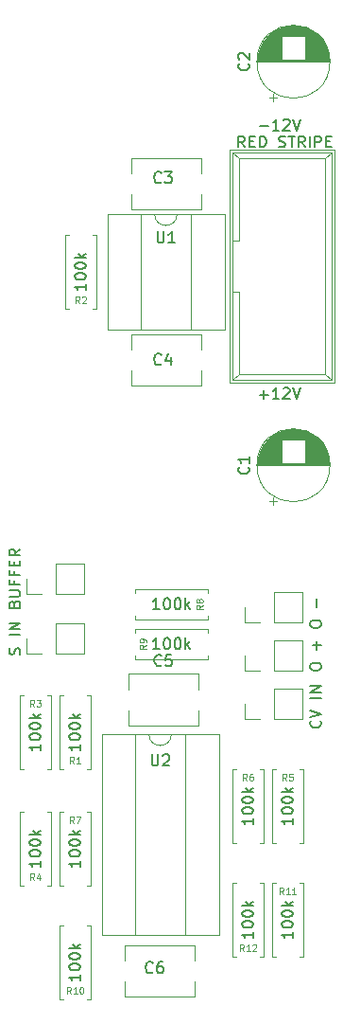
<source format=gbr>
%TF.GenerationSoftware,KiCad,Pcbnew,(5.1.9)-1*%
%TF.CreationDate,2021-05-29T21:30:48+01:00*%
%TF.ProjectId,KosmicSuperspreader,4b6f736d-6963-4537-9570-657273707265,rev?*%
%TF.SameCoordinates,Original*%
%TF.FileFunction,Legend,Top*%
%TF.FilePolarity,Positive*%
%FSLAX46Y46*%
G04 Gerber Fmt 4.6, Leading zero omitted, Abs format (unit mm)*
G04 Created by KiCad (PCBNEW (5.1.9)-1) date 2021-05-29 21:30:48*
%MOMM*%
%LPD*%
G01*
G04 APERTURE LIST*
%ADD10C,0.120000*%
%ADD11C,0.150000*%
%ADD12C,0.100000*%
G04 APERTURE END LIST*
D10*
%TO.C,U2*%
X159174000Y-133992000D02*
X148674000Y-133992000D01*
X159174000Y-152012000D02*
X159174000Y-133992000D01*
X148674000Y-152012000D02*
X159174000Y-152012000D01*
X148674000Y-133992000D02*
X148674000Y-152012000D01*
X156174000Y-134052000D02*
X154924000Y-134052000D01*
X156174000Y-151952000D02*
X156174000Y-134052000D01*
X151674000Y-151952000D02*
X156174000Y-151952000D01*
X151674000Y-134052000D02*
X151674000Y-151952000D01*
X152924000Y-134052000D02*
X151674000Y-134052000D01*
X154924000Y-134052000D02*
G75*
G02*
X152924000Y-134052000I-1000000J0D01*
G01*
%TO.C,U1*%
X159682000Y-87510000D02*
X149182000Y-87510000D01*
X159682000Y-97910000D02*
X159682000Y-87510000D01*
X149182000Y-97910000D02*
X159682000Y-97910000D01*
X149182000Y-87510000D02*
X149182000Y-97910000D01*
X156682000Y-87570000D02*
X155432000Y-87570000D01*
X156682000Y-97850000D02*
X156682000Y-87570000D01*
X152182000Y-97850000D02*
X156682000Y-97850000D01*
X152182000Y-87570000D02*
X152182000Y-97850000D01*
X153432000Y-87570000D02*
X152182000Y-87570000D01*
X155432000Y-87570000D02*
G75*
G02*
X153432000Y-87570000I-1000000J0D01*
G01*
%TO.C,R12*%
X160758000Y-153892000D02*
X160428000Y-153892000D01*
X160428000Y-153892000D02*
X160428000Y-147352000D01*
X160428000Y-147352000D02*
X160758000Y-147352000D01*
X162838000Y-153892000D02*
X163168000Y-153892000D01*
X163168000Y-153892000D02*
X163168000Y-147352000D01*
X163168000Y-147352000D02*
X162838000Y-147352000D01*
%TO.C,R11*%
X166394000Y-147352000D02*
X166724000Y-147352000D01*
X166724000Y-147352000D02*
X166724000Y-153892000D01*
X166724000Y-153892000D02*
X166394000Y-153892000D01*
X164314000Y-147352000D02*
X163984000Y-147352000D01*
X163984000Y-147352000D02*
X163984000Y-153892000D01*
X163984000Y-153892000D02*
X164314000Y-153892000D01*
%TO.C,R10*%
X145264000Y-157702000D02*
X144934000Y-157702000D01*
X144934000Y-157702000D02*
X144934000Y-151162000D01*
X144934000Y-151162000D02*
X145264000Y-151162000D01*
X147344000Y-157702000D02*
X147674000Y-157702000D01*
X147674000Y-157702000D02*
X147674000Y-151162000D01*
X147674000Y-151162000D02*
X147344000Y-151162000D01*
%TO.C,R9*%
X151670000Y-124944000D02*
X151670000Y-124614000D01*
X151670000Y-124614000D02*
X158210000Y-124614000D01*
X158210000Y-124614000D02*
X158210000Y-124944000D01*
X151670000Y-127024000D02*
X151670000Y-127354000D01*
X151670000Y-127354000D02*
X158210000Y-127354000D01*
X158210000Y-127354000D02*
X158210000Y-127024000D01*
%TO.C,R8*%
X158210000Y-123468000D02*
X158210000Y-123798000D01*
X158210000Y-123798000D02*
X151670000Y-123798000D01*
X151670000Y-123798000D02*
X151670000Y-123468000D01*
X158210000Y-121388000D02*
X158210000Y-121058000D01*
X158210000Y-121058000D02*
X151670000Y-121058000D01*
X151670000Y-121058000D02*
X151670000Y-121388000D01*
%TO.C,R7*%
X147344000Y-141002000D02*
X147674000Y-141002000D01*
X147674000Y-141002000D02*
X147674000Y-147542000D01*
X147674000Y-147542000D02*
X147344000Y-147542000D01*
X145264000Y-141002000D02*
X144934000Y-141002000D01*
X144934000Y-141002000D02*
X144934000Y-147542000D01*
X144934000Y-147542000D02*
X145264000Y-147542000D01*
%TO.C,R6*%
X162838000Y-137192000D02*
X163168000Y-137192000D01*
X163168000Y-137192000D02*
X163168000Y-143732000D01*
X163168000Y-143732000D02*
X162838000Y-143732000D01*
X160758000Y-137192000D02*
X160428000Y-137192000D01*
X160428000Y-137192000D02*
X160428000Y-143732000D01*
X160428000Y-143732000D02*
X160758000Y-143732000D01*
%TO.C,R5*%
X166394000Y-137192000D02*
X166724000Y-137192000D01*
X166724000Y-137192000D02*
X166724000Y-143732000D01*
X166724000Y-143732000D02*
X166394000Y-143732000D01*
X164314000Y-137192000D02*
X163984000Y-137192000D01*
X163984000Y-137192000D02*
X163984000Y-143732000D01*
X163984000Y-143732000D02*
X164314000Y-143732000D01*
%TO.C,R4*%
X141708000Y-147542000D02*
X141378000Y-147542000D01*
X141378000Y-147542000D02*
X141378000Y-141002000D01*
X141378000Y-141002000D02*
X141708000Y-141002000D01*
X143788000Y-147542000D02*
X144118000Y-147542000D01*
X144118000Y-147542000D02*
X144118000Y-141002000D01*
X144118000Y-141002000D02*
X143788000Y-141002000D01*
%TO.C,R3*%
X143788000Y-130588000D02*
X144118000Y-130588000D01*
X144118000Y-130588000D02*
X144118000Y-137128000D01*
X144118000Y-137128000D02*
X143788000Y-137128000D01*
X141708000Y-130588000D02*
X141378000Y-130588000D01*
X141378000Y-130588000D02*
X141378000Y-137128000D01*
X141378000Y-137128000D02*
X141708000Y-137128000D01*
%TO.C,R2*%
X145772000Y-95980000D02*
X145442000Y-95980000D01*
X145442000Y-95980000D02*
X145442000Y-89440000D01*
X145442000Y-89440000D02*
X145772000Y-89440000D01*
X147852000Y-95980000D02*
X148182000Y-95980000D01*
X148182000Y-95980000D02*
X148182000Y-89440000D01*
X148182000Y-89440000D02*
X147852000Y-89440000D01*
%TO.C,R1*%
X145264000Y-137128000D02*
X144934000Y-137128000D01*
X144934000Y-137128000D02*
X144934000Y-130588000D01*
X144934000Y-130588000D02*
X145264000Y-130588000D01*
X147344000Y-137128000D02*
X147674000Y-137128000D01*
X147674000Y-137128000D02*
X147674000Y-130588000D01*
X147674000Y-130588000D02*
X147344000Y-130588000D01*
%TO.C,J6*%
X169521000Y-81772000D02*
X169521000Y-102632000D01*
X169521000Y-102632000D02*
X160171000Y-102632000D01*
X160171000Y-102632000D02*
X160171000Y-81772000D01*
X160171000Y-81772000D02*
X169521000Y-81772000D01*
X160426000Y-82022000D02*
X169276000Y-82022000D01*
X169276000Y-82022000D02*
X169276000Y-102372000D01*
X169276000Y-102372000D02*
X160426000Y-102372000D01*
X160426000Y-102372000D02*
X160426000Y-82022000D01*
X160426000Y-82022000D02*
X160976000Y-82572000D01*
X160976000Y-82572000D02*
X168726000Y-82572000D01*
X168726000Y-82572000D02*
X169276000Y-82022000D01*
X168726000Y-82572000D02*
X168726000Y-101822000D01*
X168726000Y-101822000D02*
X169276000Y-102372000D01*
X168726000Y-101822000D02*
X160976000Y-101822000D01*
X160976000Y-101822000D02*
X160476000Y-102322000D01*
X160976000Y-101822000D02*
X160976000Y-94472000D01*
X160976000Y-94452000D02*
X160466000Y-94452000D01*
X160476000Y-89952000D02*
X160956000Y-89952000D01*
X160976000Y-89952000D02*
X160976000Y-82572000D01*
%TO.C,BUFFER*%
X141926000Y-121472000D02*
X141926000Y-120142000D01*
X143256000Y-121472000D02*
X141926000Y-121472000D01*
X144526000Y-121472000D02*
X144526000Y-118812000D01*
X144526000Y-118812000D02*
X147126000Y-118812000D01*
X144526000Y-121472000D02*
X147126000Y-121472000D01*
X147126000Y-121472000D02*
X147126000Y-118812000D01*
%TO.C,O +*%
X161484000Y-128330000D02*
X161484000Y-127000000D01*
X162814000Y-128330000D02*
X161484000Y-128330000D01*
X164084000Y-128330000D02*
X164084000Y-125670000D01*
X164084000Y-125670000D02*
X166684000Y-125670000D01*
X164084000Y-128330000D02*
X166684000Y-128330000D01*
X166684000Y-128330000D02*
X166684000Y-125670000D01*
%TO.C,O -*%
X161484000Y-124012000D02*
X161484000Y-122682000D01*
X162814000Y-124012000D02*
X161484000Y-124012000D01*
X164084000Y-124012000D02*
X164084000Y-121352000D01*
X164084000Y-121352000D02*
X166684000Y-121352000D01*
X164084000Y-124012000D02*
X166684000Y-124012000D01*
X166684000Y-124012000D02*
X166684000Y-121352000D01*
%TO.C,S IN*%
X141926000Y-126806000D02*
X141926000Y-125476000D01*
X143256000Y-126806000D02*
X141926000Y-126806000D01*
X144526000Y-126806000D02*
X144526000Y-124146000D01*
X144526000Y-124146000D02*
X147126000Y-124146000D01*
X144526000Y-126806000D02*
X147126000Y-126806000D01*
X147126000Y-126806000D02*
X147126000Y-124146000D01*
%TO.C,CV IN*%
X161484000Y-132648000D02*
X161484000Y-131318000D01*
X162814000Y-132648000D02*
X161484000Y-132648000D01*
X164084000Y-132648000D02*
X164084000Y-129988000D01*
X164084000Y-129988000D02*
X166684000Y-129988000D01*
X164084000Y-132648000D02*
X166684000Y-132648000D01*
X166684000Y-132648000D02*
X166684000Y-129988000D01*
%TO.C,C6*%
X157004000Y-156119000D02*
X157004000Y-157515000D01*
X157004000Y-152873000D02*
X157004000Y-154269000D01*
X150764000Y-156119000D02*
X150764000Y-157515000D01*
X150764000Y-152873000D02*
X150764000Y-154269000D01*
X150764000Y-157515000D02*
X157004000Y-157515000D01*
X150764000Y-152873000D02*
X157004000Y-152873000D01*
%TO.C,C5*%
X157314759Y-131875000D02*
X157314759Y-133271000D01*
X157314759Y-128629000D02*
X157314759Y-130025000D01*
X151074759Y-131875000D02*
X151074759Y-133271000D01*
X151074759Y-128629000D02*
X151074759Y-130025000D01*
X151074759Y-133271000D02*
X157314759Y-133271000D01*
X151074759Y-128629000D02*
X157314759Y-128629000D01*
%TO.C,C4*%
X157592000Y-101509000D02*
X157592000Y-102905000D01*
X157592000Y-98263000D02*
X157592000Y-99659000D01*
X151352000Y-101509000D02*
X151352000Y-102905000D01*
X151352000Y-98263000D02*
X151352000Y-99659000D01*
X151352000Y-102905000D02*
X157592000Y-102905000D01*
X151352000Y-98263000D02*
X157592000Y-98263000D01*
%TO.C,C3*%
X157592000Y-85761000D02*
X157592000Y-87157000D01*
X157592000Y-82515000D02*
X157592000Y-83911000D01*
X151352000Y-85761000D02*
X151352000Y-87157000D01*
X151352000Y-82515000D02*
X151352000Y-83911000D01*
X151352000Y-87157000D02*
X157592000Y-87157000D01*
X151352000Y-82515000D02*
X157592000Y-82515000D01*
%TO.C,C2*%
X163708000Y-77119241D02*
X164338000Y-77119241D01*
X164023000Y-77434241D02*
X164023000Y-76804241D01*
X165460000Y-70693000D02*
X166264000Y-70693000D01*
X165229000Y-70733000D02*
X166495000Y-70733000D01*
X165060000Y-70773000D02*
X166664000Y-70773000D01*
X164922000Y-70813000D02*
X166802000Y-70813000D01*
X164803000Y-70853000D02*
X166921000Y-70853000D01*
X164697000Y-70893000D02*
X167027000Y-70893000D01*
X164600000Y-70933000D02*
X167124000Y-70933000D01*
X164512000Y-70973000D02*
X167212000Y-70973000D01*
X164430000Y-71013000D02*
X167294000Y-71013000D01*
X164353000Y-71053000D02*
X167371000Y-71053000D01*
X164281000Y-71093000D02*
X167443000Y-71093000D01*
X164212000Y-71133000D02*
X167512000Y-71133000D01*
X164148000Y-71173000D02*
X167576000Y-71173000D01*
X164086000Y-71213000D02*
X167638000Y-71213000D01*
X164028000Y-71253000D02*
X167696000Y-71253000D01*
X163972000Y-71293000D02*
X167752000Y-71293000D01*
X163918000Y-71333000D02*
X167806000Y-71333000D01*
X163867000Y-71373000D02*
X167857000Y-71373000D01*
X163818000Y-71413000D02*
X167906000Y-71413000D01*
X163770000Y-71453000D02*
X167954000Y-71453000D01*
X163725000Y-71493000D02*
X167999000Y-71493000D01*
X163680000Y-71533000D02*
X168044000Y-71533000D01*
X163638000Y-71573000D02*
X168086000Y-71573000D01*
X163597000Y-71613000D02*
X168127000Y-71613000D01*
X166902000Y-71653000D02*
X168167000Y-71653000D01*
X163557000Y-71653000D02*
X164822000Y-71653000D01*
X166902000Y-71693000D02*
X168205000Y-71693000D01*
X163519000Y-71693000D02*
X164822000Y-71693000D01*
X166902000Y-71733000D02*
X168242000Y-71733000D01*
X163482000Y-71733000D02*
X164822000Y-71733000D01*
X166902000Y-71773000D02*
X168278000Y-71773000D01*
X163446000Y-71773000D02*
X164822000Y-71773000D01*
X166902000Y-71813000D02*
X168312000Y-71813000D01*
X163412000Y-71813000D02*
X164822000Y-71813000D01*
X166902000Y-71853000D02*
X168346000Y-71853000D01*
X163378000Y-71853000D02*
X164822000Y-71853000D01*
X166902000Y-71893000D02*
X168378000Y-71893000D01*
X163346000Y-71893000D02*
X164822000Y-71893000D01*
X166902000Y-71933000D02*
X168410000Y-71933000D01*
X163314000Y-71933000D02*
X164822000Y-71933000D01*
X166902000Y-71973000D02*
X168440000Y-71973000D01*
X163284000Y-71973000D02*
X164822000Y-71973000D01*
X166902000Y-72013000D02*
X168469000Y-72013000D01*
X163255000Y-72013000D02*
X164822000Y-72013000D01*
X166902000Y-72053000D02*
X168498000Y-72053000D01*
X163226000Y-72053000D02*
X164822000Y-72053000D01*
X166902000Y-72093000D02*
X168526000Y-72093000D01*
X163198000Y-72093000D02*
X164822000Y-72093000D01*
X166902000Y-72133000D02*
X168552000Y-72133000D01*
X163172000Y-72133000D02*
X164822000Y-72133000D01*
X166902000Y-72173000D02*
X168578000Y-72173000D01*
X163146000Y-72173000D02*
X164822000Y-72173000D01*
X166902000Y-72213000D02*
X168604000Y-72213000D01*
X163120000Y-72213000D02*
X164822000Y-72213000D01*
X166902000Y-72253000D02*
X168628000Y-72253000D01*
X163096000Y-72253000D02*
X164822000Y-72253000D01*
X166902000Y-72293000D02*
X168652000Y-72293000D01*
X163072000Y-72293000D02*
X164822000Y-72293000D01*
X166902000Y-72333000D02*
X168674000Y-72333000D01*
X163050000Y-72333000D02*
X164822000Y-72333000D01*
X166902000Y-72373000D02*
X168696000Y-72373000D01*
X163028000Y-72373000D02*
X164822000Y-72373000D01*
X166902000Y-72413000D02*
X168718000Y-72413000D01*
X163006000Y-72413000D02*
X164822000Y-72413000D01*
X166902000Y-72453000D02*
X168738000Y-72453000D01*
X162986000Y-72453000D02*
X164822000Y-72453000D01*
X166902000Y-72493000D02*
X168758000Y-72493000D01*
X162966000Y-72493000D02*
X164822000Y-72493000D01*
X166902000Y-72533000D02*
X168778000Y-72533000D01*
X162946000Y-72533000D02*
X164822000Y-72533000D01*
X166902000Y-72573000D02*
X168796000Y-72573000D01*
X162928000Y-72573000D02*
X164822000Y-72573000D01*
X166902000Y-72613000D02*
X168814000Y-72613000D01*
X162910000Y-72613000D02*
X164822000Y-72613000D01*
X166902000Y-72653000D02*
X168832000Y-72653000D01*
X162892000Y-72653000D02*
X164822000Y-72653000D01*
X166902000Y-72693000D02*
X168848000Y-72693000D01*
X162876000Y-72693000D02*
X164822000Y-72693000D01*
X166902000Y-72733000D02*
X168864000Y-72733000D01*
X162860000Y-72733000D02*
X164822000Y-72733000D01*
X166902000Y-72773000D02*
X168880000Y-72773000D01*
X162844000Y-72773000D02*
X164822000Y-72773000D01*
X166902000Y-72813000D02*
X168895000Y-72813000D01*
X162829000Y-72813000D02*
X164822000Y-72813000D01*
X166902000Y-72853000D02*
X168909000Y-72853000D01*
X162815000Y-72853000D02*
X164822000Y-72853000D01*
X166902000Y-72893000D02*
X168923000Y-72893000D01*
X162801000Y-72893000D02*
X164822000Y-72893000D01*
X166902000Y-72933000D02*
X168936000Y-72933000D01*
X162788000Y-72933000D02*
X164822000Y-72933000D01*
X166902000Y-72973000D02*
X168948000Y-72973000D01*
X162776000Y-72973000D02*
X164822000Y-72973000D01*
X166902000Y-73013000D02*
X168960000Y-73013000D01*
X162764000Y-73013000D02*
X164822000Y-73013000D01*
X166902000Y-73053000D02*
X168972000Y-73053000D01*
X162752000Y-73053000D02*
X164822000Y-73053000D01*
X166902000Y-73093000D02*
X168983000Y-73093000D01*
X162741000Y-73093000D02*
X164822000Y-73093000D01*
X166902000Y-73133000D02*
X168993000Y-73133000D01*
X162731000Y-73133000D02*
X164822000Y-73133000D01*
X166902000Y-73173000D02*
X169003000Y-73173000D01*
X162721000Y-73173000D02*
X164822000Y-73173000D01*
X166902000Y-73213000D02*
X169012000Y-73213000D01*
X162712000Y-73213000D02*
X164822000Y-73213000D01*
X166902000Y-73254000D02*
X169021000Y-73254000D01*
X162703000Y-73254000D02*
X164822000Y-73254000D01*
X166902000Y-73294000D02*
X169029000Y-73294000D01*
X162695000Y-73294000D02*
X164822000Y-73294000D01*
X166902000Y-73334000D02*
X169037000Y-73334000D01*
X162687000Y-73334000D02*
X164822000Y-73334000D01*
X166902000Y-73374000D02*
X169044000Y-73374000D01*
X162680000Y-73374000D02*
X164822000Y-73374000D01*
X166902000Y-73414000D02*
X169051000Y-73414000D01*
X162673000Y-73414000D02*
X164822000Y-73414000D01*
X166902000Y-73454000D02*
X169057000Y-73454000D01*
X162667000Y-73454000D02*
X164822000Y-73454000D01*
X166902000Y-73494000D02*
X169063000Y-73494000D01*
X162661000Y-73494000D02*
X164822000Y-73494000D01*
X166902000Y-73534000D02*
X169068000Y-73534000D01*
X162656000Y-73534000D02*
X164822000Y-73534000D01*
X166902000Y-73574000D02*
X169073000Y-73574000D01*
X162651000Y-73574000D02*
X164822000Y-73574000D01*
X166902000Y-73614000D02*
X169077000Y-73614000D01*
X162647000Y-73614000D02*
X164822000Y-73614000D01*
X166902000Y-73654000D02*
X169080000Y-73654000D01*
X162644000Y-73654000D02*
X164822000Y-73654000D01*
X166902000Y-73694000D02*
X169084000Y-73694000D01*
X162640000Y-73694000D02*
X164822000Y-73694000D01*
X162638000Y-73734000D02*
X169086000Y-73734000D01*
X162635000Y-73774000D02*
X169089000Y-73774000D01*
X162634000Y-73814000D02*
X169090000Y-73814000D01*
X162632000Y-73854000D02*
X169092000Y-73854000D01*
X162632000Y-73894000D02*
X169092000Y-73894000D01*
X162632000Y-73934000D02*
X169092000Y-73934000D01*
X169132000Y-73934000D02*
G75*
G03*
X169132000Y-73934000I-3270000J0D01*
G01*
%TO.C,C1*%
X163708000Y-113187241D02*
X164338000Y-113187241D01*
X164023000Y-113502241D02*
X164023000Y-112872241D01*
X165460000Y-106761000D02*
X166264000Y-106761000D01*
X165229000Y-106801000D02*
X166495000Y-106801000D01*
X165060000Y-106841000D02*
X166664000Y-106841000D01*
X164922000Y-106881000D02*
X166802000Y-106881000D01*
X164803000Y-106921000D02*
X166921000Y-106921000D01*
X164697000Y-106961000D02*
X167027000Y-106961000D01*
X164600000Y-107001000D02*
X167124000Y-107001000D01*
X164512000Y-107041000D02*
X167212000Y-107041000D01*
X164430000Y-107081000D02*
X167294000Y-107081000D01*
X164353000Y-107121000D02*
X167371000Y-107121000D01*
X164281000Y-107161000D02*
X167443000Y-107161000D01*
X164212000Y-107201000D02*
X167512000Y-107201000D01*
X164148000Y-107241000D02*
X167576000Y-107241000D01*
X164086000Y-107281000D02*
X167638000Y-107281000D01*
X164028000Y-107321000D02*
X167696000Y-107321000D01*
X163972000Y-107361000D02*
X167752000Y-107361000D01*
X163918000Y-107401000D02*
X167806000Y-107401000D01*
X163867000Y-107441000D02*
X167857000Y-107441000D01*
X163818000Y-107481000D02*
X167906000Y-107481000D01*
X163770000Y-107521000D02*
X167954000Y-107521000D01*
X163725000Y-107561000D02*
X167999000Y-107561000D01*
X163680000Y-107601000D02*
X168044000Y-107601000D01*
X163638000Y-107641000D02*
X168086000Y-107641000D01*
X163597000Y-107681000D02*
X168127000Y-107681000D01*
X166902000Y-107721000D02*
X168167000Y-107721000D01*
X163557000Y-107721000D02*
X164822000Y-107721000D01*
X166902000Y-107761000D02*
X168205000Y-107761000D01*
X163519000Y-107761000D02*
X164822000Y-107761000D01*
X166902000Y-107801000D02*
X168242000Y-107801000D01*
X163482000Y-107801000D02*
X164822000Y-107801000D01*
X166902000Y-107841000D02*
X168278000Y-107841000D01*
X163446000Y-107841000D02*
X164822000Y-107841000D01*
X166902000Y-107881000D02*
X168312000Y-107881000D01*
X163412000Y-107881000D02*
X164822000Y-107881000D01*
X166902000Y-107921000D02*
X168346000Y-107921000D01*
X163378000Y-107921000D02*
X164822000Y-107921000D01*
X166902000Y-107961000D02*
X168378000Y-107961000D01*
X163346000Y-107961000D02*
X164822000Y-107961000D01*
X166902000Y-108001000D02*
X168410000Y-108001000D01*
X163314000Y-108001000D02*
X164822000Y-108001000D01*
X166902000Y-108041000D02*
X168440000Y-108041000D01*
X163284000Y-108041000D02*
X164822000Y-108041000D01*
X166902000Y-108081000D02*
X168469000Y-108081000D01*
X163255000Y-108081000D02*
X164822000Y-108081000D01*
X166902000Y-108121000D02*
X168498000Y-108121000D01*
X163226000Y-108121000D02*
X164822000Y-108121000D01*
X166902000Y-108161000D02*
X168526000Y-108161000D01*
X163198000Y-108161000D02*
X164822000Y-108161000D01*
X166902000Y-108201000D02*
X168552000Y-108201000D01*
X163172000Y-108201000D02*
X164822000Y-108201000D01*
X166902000Y-108241000D02*
X168578000Y-108241000D01*
X163146000Y-108241000D02*
X164822000Y-108241000D01*
X166902000Y-108281000D02*
X168604000Y-108281000D01*
X163120000Y-108281000D02*
X164822000Y-108281000D01*
X166902000Y-108321000D02*
X168628000Y-108321000D01*
X163096000Y-108321000D02*
X164822000Y-108321000D01*
X166902000Y-108361000D02*
X168652000Y-108361000D01*
X163072000Y-108361000D02*
X164822000Y-108361000D01*
X166902000Y-108401000D02*
X168674000Y-108401000D01*
X163050000Y-108401000D02*
X164822000Y-108401000D01*
X166902000Y-108441000D02*
X168696000Y-108441000D01*
X163028000Y-108441000D02*
X164822000Y-108441000D01*
X166902000Y-108481000D02*
X168718000Y-108481000D01*
X163006000Y-108481000D02*
X164822000Y-108481000D01*
X166902000Y-108521000D02*
X168738000Y-108521000D01*
X162986000Y-108521000D02*
X164822000Y-108521000D01*
X166902000Y-108561000D02*
X168758000Y-108561000D01*
X162966000Y-108561000D02*
X164822000Y-108561000D01*
X166902000Y-108601000D02*
X168778000Y-108601000D01*
X162946000Y-108601000D02*
X164822000Y-108601000D01*
X166902000Y-108641000D02*
X168796000Y-108641000D01*
X162928000Y-108641000D02*
X164822000Y-108641000D01*
X166902000Y-108681000D02*
X168814000Y-108681000D01*
X162910000Y-108681000D02*
X164822000Y-108681000D01*
X166902000Y-108721000D02*
X168832000Y-108721000D01*
X162892000Y-108721000D02*
X164822000Y-108721000D01*
X166902000Y-108761000D02*
X168848000Y-108761000D01*
X162876000Y-108761000D02*
X164822000Y-108761000D01*
X166902000Y-108801000D02*
X168864000Y-108801000D01*
X162860000Y-108801000D02*
X164822000Y-108801000D01*
X166902000Y-108841000D02*
X168880000Y-108841000D01*
X162844000Y-108841000D02*
X164822000Y-108841000D01*
X166902000Y-108881000D02*
X168895000Y-108881000D01*
X162829000Y-108881000D02*
X164822000Y-108881000D01*
X166902000Y-108921000D02*
X168909000Y-108921000D01*
X162815000Y-108921000D02*
X164822000Y-108921000D01*
X166902000Y-108961000D02*
X168923000Y-108961000D01*
X162801000Y-108961000D02*
X164822000Y-108961000D01*
X166902000Y-109001000D02*
X168936000Y-109001000D01*
X162788000Y-109001000D02*
X164822000Y-109001000D01*
X166902000Y-109041000D02*
X168948000Y-109041000D01*
X162776000Y-109041000D02*
X164822000Y-109041000D01*
X166902000Y-109081000D02*
X168960000Y-109081000D01*
X162764000Y-109081000D02*
X164822000Y-109081000D01*
X166902000Y-109121000D02*
X168972000Y-109121000D01*
X162752000Y-109121000D02*
X164822000Y-109121000D01*
X166902000Y-109161000D02*
X168983000Y-109161000D01*
X162741000Y-109161000D02*
X164822000Y-109161000D01*
X166902000Y-109201000D02*
X168993000Y-109201000D01*
X162731000Y-109201000D02*
X164822000Y-109201000D01*
X166902000Y-109241000D02*
X169003000Y-109241000D01*
X162721000Y-109241000D02*
X164822000Y-109241000D01*
X166902000Y-109281000D02*
X169012000Y-109281000D01*
X162712000Y-109281000D02*
X164822000Y-109281000D01*
X166902000Y-109322000D02*
X169021000Y-109322000D01*
X162703000Y-109322000D02*
X164822000Y-109322000D01*
X166902000Y-109362000D02*
X169029000Y-109362000D01*
X162695000Y-109362000D02*
X164822000Y-109362000D01*
X166902000Y-109402000D02*
X169037000Y-109402000D01*
X162687000Y-109402000D02*
X164822000Y-109402000D01*
X166902000Y-109442000D02*
X169044000Y-109442000D01*
X162680000Y-109442000D02*
X164822000Y-109442000D01*
X166902000Y-109482000D02*
X169051000Y-109482000D01*
X162673000Y-109482000D02*
X164822000Y-109482000D01*
X166902000Y-109522000D02*
X169057000Y-109522000D01*
X162667000Y-109522000D02*
X164822000Y-109522000D01*
X166902000Y-109562000D02*
X169063000Y-109562000D01*
X162661000Y-109562000D02*
X164822000Y-109562000D01*
X166902000Y-109602000D02*
X169068000Y-109602000D01*
X162656000Y-109602000D02*
X164822000Y-109602000D01*
X166902000Y-109642000D02*
X169073000Y-109642000D01*
X162651000Y-109642000D02*
X164822000Y-109642000D01*
X166902000Y-109682000D02*
X169077000Y-109682000D01*
X162647000Y-109682000D02*
X164822000Y-109682000D01*
X166902000Y-109722000D02*
X169080000Y-109722000D01*
X162644000Y-109722000D02*
X164822000Y-109722000D01*
X166902000Y-109762000D02*
X169084000Y-109762000D01*
X162640000Y-109762000D02*
X164822000Y-109762000D01*
X162638000Y-109802000D02*
X169086000Y-109802000D01*
X162635000Y-109842000D02*
X169089000Y-109842000D01*
X162634000Y-109882000D02*
X169090000Y-109882000D01*
X162632000Y-109922000D02*
X169092000Y-109922000D01*
X162632000Y-109962000D02*
X169092000Y-109962000D01*
X162632000Y-110002000D02*
X169092000Y-110002000D01*
X169132000Y-110002000D02*
G75*
G03*
X169132000Y-110002000I-3270000J0D01*
G01*
%TO.C,U2*%
D11*
X153162095Y-135850380D02*
X153162095Y-136659904D01*
X153209714Y-136755142D01*
X153257333Y-136802761D01*
X153352571Y-136850380D01*
X153543047Y-136850380D01*
X153638285Y-136802761D01*
X153685904Y-136755142D01*
X153733523Y-136659904D01*
X153733523Y-135850380D01*
X154162095Y-135945619D02*
X154209714Y-135898000D01*
X154304952Y-135850380D01*
X154543047Y-135850380D01*
X154638285Y-135898000D01*
X154685904Y-135945619D01*
X154733523Y-136040857D01*
X154733523Y-136136095D01*
X154685904Y-136278952D01*
X154114476Y-136850380D01*
X154733523Y-136850380D01*
%TO.C,U1*%
X153670095Y-89114380D02*
X153670095Y-89923904D01*
X153717714Y-90019142D01*
X153765333Y-90066761D01*
X153860571Y-90114380D01*
X154051047Y-90114380D01*
X154146285Y-90066761D01*
X154193904Y-90019142D01*
X154241523Y-89923904D01*
X154241523Y-89114380D01*
X155241523Y-90114380D02*
X154670095Y-90114380D01*
X154955809Y-90114380D02*
X154955809Y-89114380D01*
X154860571Y-89257238D01*
X154765333Y-89352476D01*
X154670095Y-89400095D01*
%TO.C,R12*%
D12*
X161412285Y-153433428D02*
X161212285Y-153147714D01*
X161069428Y-153433428D02*
X161069428Y-152833428D01*
X161298000Y-152833428D01*
X161355142Y-152862000D01*
X161383714Y-152890571D01*
X161412285Y-152947714D01*
X161412285Y-153033428D01*
X161383714Y-153090571D01*
X161355142Y-153119142D01*
X161298000Y-153147714D01*
X161069428Y-153147714D01*
X161983714Y-153433428D02*
X161640857Y-153433428D01*
X161812285Y-153433428D02*
X161812285Y-152833428D01*
X161755142Y-152919142D01*
X161698000Y-152976285D01*
X161640857Y-153004857D01*
X162212285Y-152890571D02*
X162240857Y-152862000D01*
X162298000Y-152833428D01*
X162440857Y-152833428D01*
X162498000Y-152862000D01*
X162526571Y-152890571D01*
X162555142Y-152947714D01*
X162555142Y-153004857D01*
X162526571Y-153090571D01*
X162183714Y-153433428D01*
X162555142Y-153433428D01*
D11*
X162250380Y-151693428D02*
X162250380Y-152264857D01*
X162250380Y-151979142D02*
X161250380Y-151979142D01*
X161393238Y-152074380D01*
X161488476Y-152169619D01*
X161536095Y-152264857D01*
X161250380Y-151074380D02*
X161250380Y-150979142D01*
X161298000Y-150883904D01*
X161345619Y-150836285D01*
X161440857Y-150788666D01*
X161631333Y-150741047D01*
X161869428Y-150741047D01*
X162059904Y-150788666D01*
X162155142Y-150836285D01*
X162202761Y-150883904D01*
X162250380Y-150979142D01*
X162250380Y-151074380D01*
X162202761Y-151169619D01*
X162155142Y-151217238D01*
X162059904Y-151264857D01*
X161869428Y-151312476D01*
X161631333Y-151312476D01*
X161440857Y-151264857D01*
X161345619Y-151217238D01*
X161298000Y-151169619D01*
X161250380Y-151074380D01*
X161250380Y-150122000D02*
X161250380Y-150026761D01*
X161298000Y-149931523D01*
X161345619Y-149883904D01*
X161440857Y-149836285D01*
X161631333Y-149788666D01*
X161869428Y-149788666D01*
X162059904Y-149836285D01*
X162155142Y-149883904D01*
X162202761Y-149931523D01*
X162250380Y-150026761D01*
X162250380Y-150122000D01*
X162202761Y-150217238D01*
X162155142Y-150264857D01*
X162059904Y-150312476D01*
X161869428Y-150360095D01*
X161631333Y-150360095D01*
X161440857Y-150312476D01*
X161345619Y-150264857D01*
X161298000Y-150217238D01*
X161250380Y-150122000D01*
X162250380Y-149360095D02*
X161250380Y-149360095D01*
X161869428Y-149264857D02*
X162250380Y-148979142D01*
X161583714Y-148979142D02*
X161964666Y-149360095D01*
%TO.C,R11*%
D12*
X164968285Y-148353428D02*
X164768285Y-148067714D01*
X164625428Y-148353428D02*
X164625428Y-147753428D01*
X164854000Y-147753428D01*
X164911142Y-147782000D01*
X164939714Y-147810571D01*
X164968285Y-147867714D01*
X164968285Y-147953428D01*
X164939714Y-148010571D01*
X164911142Y-148039142D01*
X164854000Y-148067714D01*
X164625428Y-148067714D01*
X165539714Y-148353428D02*
X165196857Y-148353428D01*
X165368285Y-148353428D02*
X165368285Y-147753428D01*
X165311142Y-147839142D01*
X165254000Y-147896285D01*
X165196857Y-147924857D01*
X166111142Y-148353428D02*
X165768285Y-148353428D01*
X165939714Y-148353428D02*
X165939714Y-147753428D01*
X165882571Y-147839142D01*
X165825428Y-147896285D01*
X165768285Y-147924857D01*
D11*
X165806380Y-151693428D02*
X165806380Y-152264857D01*
X165806380Y-151979142D02*
X164806380Y-151979142D01*
X164949238Y-152074380D01*
X165044476Y-152169619D01*
X165092095Y-152264857D01*
X164806380Y-151074380D02*
X164806380Y-150979142D01*
X164854000Y-150883904D01*
X164901619Y-150836285D01*
X164996857Y-150788666D01*
X165187333Y-150741047D01*
X165425428Y-150741047D01*
X165615904Y-150788666D01*
X165711142Y-150836285D01*
X165758761Y-150883904D01*
X165806380Y-150979142D01*
X165806380Y-151074380D01*
X165758761Y-151169619D01*
X165711142Y-151217238D01*
X165615904Y-151264857D01*
X165425428Y-151312476D01*
X165187333Y-151312476D01*
X164996857Y-151264857D01*
X164901619Y-151217238D01*
X164854000Y-151169619D01*
X164806380Y-151074380D01*
X164806380Y-150122000D02*
X164806380Y-150026761D01*
X164854000Y-149931523D01*
X164901619Y-149883904D01*
X164996857Y-149836285D01*
X165187333Y-149788666D01*
X165425428Y-149788666D01*
X165615904Y-149836285D01*
X165711142Y-149883904D01*
X165758761Y-149931523D01*
X165806380Y-150026761D01*
X165806380Y-150122000D01*
X165758761Y-150217238D01*
X165711142Y-150264857D01*
X165615904Y-150312476D01*
X165425428Y-150360095D01*
X165187333Y-150360095D01*
X164996857Y-150312476D01*
X164901619Y-150264857D01*
X164854000Y-150217238D01*
X164806380Y-150122000D01*
X165806380Y-149360095D02*
X164806380Y-149360095D01*
X165425428Y-149264857D02*
X165806380Y-148979142D01*
X165139714Y-148979142D02*
X165520666Y-149360095D01*
%TO.C,R10*%
D12*
X145918285Y-157243428D02*
X145718285Y-156957714D01*
X145575428Y-157243428D02*
X145575428Y-156643428D01*
X145804000Y-156643428D01*
X145861142Y-156672000D01*
X145889714Y-156700571D01*
X145918285Y-156757714D01*
X145918285Y-156843428D01*
X145889714Y-156900571D01*
X145861142Y-156929142D01*
X145804000Y-156957714D01*
X145575428Y-156957714D01*
X146489714Y-157243428D02*
X146146857Y-157243428D01*
X146318285Y-157243428D02*
X146318285Y-156643428D01*
X146261142Y-156729142D01*
X146204000Y-156786285D01*
X146146857Y-156814857D01*
X146861142Y-156643428D02*
X146918285Y-156643428D01*
X146975428Y-156672000D01*
X147004000Y-156700571D01*
X147032571Y-156757714D01*
X147061142Y-156872000D01*
X147061142Y-157014857D01*
X147032571Y-157129142D01*
X147004000Y-157186285D01*
X146975428Y-157214857D01*
X146918285Y-157243428D01*
X146861142Y-157243428D01*
X146804000Y-157214857D01*
X146775428Y-157186285D01*
X146746857Y-157129142D01*
X146718285Y-157014857D01*
X146718285Y-156872000D01*
X146746857Y-156757714D01*
X146775428Y-156700571D01*
X146804000Y-156672000D01*
X146861142Y-156643428D01*
D11*
X146756380Y-155503428D02*
X146756380Y-156074857D01*
X146756380Y-155789142D02*
X145756380Y-155789142D01*
X145899238Y-155884380D01*
X145994476Y-155979619D01*
X146042095Y-156074857D01*
X145756380Y-154884380D02*
X145756380Y-154789142D01*
X145804000Y-154693904D01*
X145851619Y-154646285D01*
X145946857Y-154598666D01*
X146137333Y-154551047D01*
X146375428Y-154551047D01*
X146565904Y-154598666D01*
X146661142Y-154646285D01*
X146708761Y-154693904D01*
X146756380Y-154789142D01*
X146756380Y-154884380D01*
X146708761Y-154979619D01*
X146661142Y-155027238D01*
X146565904Y-155074857D01*
X146375428Y-155122476D01*
X146137333Y-155122476D01*
X145946857Y-155074857D01*
X145851619Y-155027238D01*
X145804000Y-154979619D01*
X145756380Y-154884380D01*
X145756380Y-153932000D02*
X145756380Y-153836761D01*
X145804000Y-153741523D01*
X145851619Y-153693904D01*
X145946857Y-153646285D01*
X146137333Y-153598666D01*
X146375428Y-153598666D01*
X146565904Y-153646285D01*
X146661142Y-153693904D01*
X146708761Y-153741523D01*
X146756380Y-153836761D01*
X146756380Y-153932000D01*
X146708761Y-154027238D01*
X146661142Y-154074857D01*
X146565904Y-154122476D01*
X146375428Y-154170095D01*
X146137333Y-154170095D01*
X145946857Y-154122476D01*
X145851619Y-154074857D01*
X145804000Y-154027238D01*
X145756380Y-153932000D01*
X146756380Y-153170095D02*
X145756380Y-153170095D01*
X146375428Y-153074857D02*
X146756380Y-152789142D01*
X146089714Y-152789142D02*
X146470666Y-153170095D01*
%TO.C,R9*%
D12*
X152671428Y-126084000D02*
X152385714Y-126284000D01*
X152671428Y-126426857D02*
X152071428Y-126426857D01*
X152071428Y-126198285D01*
X152100000Y-126141142D01*
X152128571Y-126112571D01*
X152185714Y-126084000D01*
X152271428Y-126084000D01*
X152328571Y-126112571D01*
X152357142Y-126141142D01*
X152385714Y-126198285D01*
X152385714Y-126426857D01*
X152671428Y-125798285D02*
X152671428Y-125684000D01*
X152642857Y-125626857D01*
X152614285Y-125598285D01*
X152528571Y-125541142D01*
X152414285Y-125512571D01*
X152185714Y-125512571D01*
X152128571Y-125541142D01*
X152100000Y-125569714D01*
X152071428Y-125626857D01*
X152071428Y-125741142D01*
X152100000Y-125798285D01*
X152128571Y-125826857D01*
X152185714Y-125855428D01*
X152328571Y-125855428D01*
X152385714Y-125826857D01*
X152414285Y-125798285D01*
X152442857Y-125741142D01*
X152442857Y-125626857D01*
X152414285Y-125569714D01*
X152385714Y-125541142D01*
X152328571Y-125512571D01*
D11*
X153868571Y-126436380D02*
X153297142Y-126436380D01*
X153582857Y-126436380D02*
X153582857Y-125436380D01*
X153487619Y-125579238D01*
X153392380Y-125674476D01*
X153297142Y-125722095D01*
X154487619Y-125436380D02*
X154582857Y-125436380D01*
X154678095Y-125484000D01*
X154725714Y-125531619D01*
X154773333Y-125626857D01*
X154820952Y-125817333D01*
X154820952Y-126055428D01*
X154773333Y-126245904D01*
X154725714Y-126341142D01*
X154678095Y-126388761D01*
X154582857Y-126436380D01*
X154487619Y-126436380D01*
X154392380Y-126388761D01*
X154344761Y-126341142D01*
X154297142Y-126245904D01*
X154249523Y-126055428D01*
X154249523Y-125817333D01*
X154297142Y-125626857D01*
X154344761Y-125531619D01*
X154392380Y-125484000D01*
X154487619Y-125436380D01*
X155440000Y-125436380D02*
X155535238Y-125436380D01*
X155630476Y-125484000D01*
X155678095Y-125531619D01*
X155725714Y-125626857D01*
X155773333Y-125817333D01*
X155773333Y-126055428D01*
X155725714Y-126245904D01*
X155678095Y-126341142D01*
X155630476Y-126388761D01*
X155535238Y-126436380D01*
X155440000Y-126436380D01*
X155344761Y-126388761D01*
X155297142Y-126341142D01*
X155249523Y-126245904D01*
X155201904Y-126055428D01*
X155201904Y-125817333D01*
X155249523Y-125626857D01*
X155297142Y-125531619D01*
X155344761Y-125484000D01*
X155440000Y-125436380D01*
X156201904Y-126436380D02*
X156201904Y-125436380D01*
X156297142Y-126055428D02*
X156582857Y-126436380D01*
X156582857Y-125769714D02*
X156201904Y-126150666D01*
%TO.C,R8*%
D12*
X157751428Y-122528000D02*
X157465714Y-122728000D01*
X157751428Y-122870857D02*
X157151428Y-122870857D01*
X157151428Y-122642285D01*
X157180000Y-122585142D01*
X157208571Y-122556571D01*
X157265714Y-122528000D01*
X157351428Y-122528000D01*
X157408571Y-122556571D01*
X157437142Y-122585142D01*
X157465714Y-122642285D01*
X157465714Y-122870857D01*
X157408571Y-122185142D02*
X157380000Y-122242285D01*
X157351428Y-122270857D01*
X157294285Y-122299428D01*
X157265714Y-122299428D01*
X157208571Y-122270857D01*
X157180000Y-122242285D01*
X157151428Y-122185142D01*
X157151428Y-122070857D01*
X157180000Y-122013714D01*
X157208571Y-121985142D01*
X157265714Y-121956571D01*
X157294285Y-121956571D01*
X157351428Y-121985142D01*
X157380000Y-122013714D01*
X157408571Y-122070857D01*
X157408571Y-122185142D01*
X157437142Y-122242285D01*
X157465714Y-122270857D01*
X157522857Y-122299428D01*
X157637142Y-122299428D01*
X157694285Y-122270857D01*
X157722857Y-122242285D01*
X157751428Y-122185142D01*
X157751428Y-122070857D01*
X157722857Y-122013714D01*
X157694285Y-121985142D01*
X157637142Y-121956571D01*
X157522857Y-121956571D01*
X157465714Y-121985142D01*
X157437142Y-122013714D01*
X157408571Y-122070857D01*
D11*
X153868571Y-122880380D02*
X153297142Y-122880380D01*
X153582857Y-122880380D02*
X153582857Y-121880380D01*
X153487619Y-122023238D01*
X153392380Y-122118476D01*
X153297142Y-122166095D01*
X154487619Y-121880380D02*
X154582857Y-121880380D01*
X154678095Y-121928000D01*
X154725714Y-121975619D01*
X154773333Y-122070857D01*
X154820952Y-122261333D01*
X154820952Y-122499428D01*
X154773333Y-122689904D01*
X154725714Y-122785142D01*
X154678095Y-122832761D01*
X154582857Y-122880380D01*
X154487619Y-122880380D01*
X154392380Y-122832761D01*
X154344761Y-122785142D01*
X154297142Y-122689904D01*
X154249523Y-122499428D01*
X154249523Y-122261333D01*
X154297142Y-122070857D01*
X154344761Y-121975619D01*
X154392380Y-121928000D01*
X154487619Y-121880380D01*
X155440000Y-121880380D02*
X155535238Y-121880380D01*
X155630476Y-121928000D01*
X155678095Y-121975619D01*
X155725714Y-122070857D01*
X155773333Y-122261333D01*
X155773333Y-122499428D01*
X155725714Y-122689904D01*
X155678095Y-122785142D01*
X155630476Y-122832761D01*
X155535238Y-122880380D01*
X155440000Y-122880380D01*
X155344761Y-122832761D01*
X155297142Y-122785142D01*
X155249523Y-122689904D01*
X155201904Y-122499428D01*
X155201904Y-122261333D01*
X155249523Y-122070857D01*
X155297142Y-121975619D01*
X155344761Y-121928000D01*
X155440000Y-121880380D01*
X156201904Y-122880380D02*
X156201904Y-121880380D01*
X156297142Y-122499428D02*
X156582857Y-122880380D01*
X156582857Y-122213714D02*
X156201904Y-122594666D01*
%TO.C,R7*%
D12*
X146204000Y-142003428D02*
X146004000Y-141717714D01*
X145861142Y-142003428D02*
X145861142Y-141403428D01*
X146089714Y-141403428D01*
X146146857Y-141432000D01*
X146175428Y-141460571D01*
X146204000Y-141517714D01*
X146204000Y-141603428D01*
X146175428Y-141660571D01*
X146146857Y-141689142D01*
X146089714Y-141717714D01*
X145861142Y-141717714D01*
X146404000Y-141403428D02*
X146804000Y-141403428D01*
X146546857Y-142003428D01*
D11*
X146756380Y-145343428D02*
X146756380Y-145914857D01*
X146756380Y-145629142D02*
X145756380Y-145629142D01*
X145899238Y-145724380D01*
X145994476Y-145819619D01*
X146042095Y-145914857D01*
X145756380Y-144724380D02*
X145756380Y-144629142D01*
X145804000Y-144533904D01*
X145851619Y-144486285D01*
X145946857Y-144438666D01*
X146137333Y-144391047D01*
X146375428Y-144391047D01*
X146565904Y-144438666D01*
X146661142Y-144486285D01*
X146708761Y-144533904D01*
X146756380Y-144629142D01*
X146756380Y-144724380D01*
X146708761Y-144819619D01*
X146661142Y-144867238D01*
X146565904Y-144914857D01*
X146375428Y-144962476D01*
X146137333Y-144962476D01*
X145946857Y-144914857D01*
X145851619Y-144867238D01*
X145804000Y-144819619D01*
X145756380Y-144724380D01*
X145756380Y-143772000D02*
X145756380Y-143676761D01*
X145804000Y-143581523D01*
X145851619Y-143533904D01*
X145946857Y-143486285D01*
X146137333Y-143438666D01*
X146375428Y-143438666D01*
X146565904Y-143486285D01*
X146661142Y-143533904D01*
X146708761Y-143581523D01*
X146756380Y-143676761D01*
X146756380Y-143772000D01*
X146708761Y-143867238D01*
X146661142Y-143914857D01*
X146565904Y-143962476D01*
X146375428Y-144010095D01*
X146137333Y-144010095D01*
X145946857Y-143962476D01*
X145851619Y-143914857D01*
X145804000Y-143867238D01*
X145756380Y-143772000D01*
X146756380Y-143010095D02*
X145756380Y-143010095D01*
X146375428Y-142914857D02*
X146756380Y-142629142D01*
X146089714Y-142629142D02*
X146470666Y-143010095D01*
%TO.C,R6*%
D12*
X161698000Y-138193428D02*
X161498000Y-137907714D01*
X161355142Y-138193428D02*
X161355142Y-137593428D01*
X161583714Y-137593428D01*
X161640857Y-137622000D01*
X161669428Y-137650571D01*
X161698000Y-137707714D01*
X161698000Y-137793428D01*
X161669428Y-137850571D01*
X161640857Y-137879142D01*
X161583714Y-137907714D01*
X161355142Y-137907714D01*
X162212285Y-137593428D02*
X162098000Y-137593428D01*
X162040857Y-137622000D01*
X162012285Y-137650571D01*
X161955142Y-137736285D01*
X161926571Y-137850571D01*
X161926571Y-138079142D01*
X161955142Y-138136285D01*
X161983714Y-138164857D01*
X162040857Y-138193428D01*
X162155142Y-138193428D01*
X162212285Y-138164857D01*
X162240857Y-138136285D01*
X162269428Y-138079142D01*
X162269428Y-137936285D01*
X162240857Y-137879142D01*
X162212285Y-137850571D01*
X162155142Y-137822000D01*
X162040857Y-137822000D01*
X161983714Y-137850571D01*
X161955142Y-137879142D01*
X161926571Y-137936285D01*
D11*
X162250380Y-141533428D02*
X162250380Y-142104857D01*
X162250380Y-141819142D02*
X161250380Y-141819142D01*
X161393238Y-141914380D01*
X161488476Y-142009619D01*
X161536095Y-142104857D01*
X161250380Y-140914380D02*
X161250380Y-140819142D01*
X161298000Y-140723904D01*
X161345619Y-140676285D01*
X161440857Y-140628666D01*
X161631333Y-140581047D01*
X161869428Y-140581047D01*
X162059904Y-140628666D01*
X162155142Y-140676285D01*
X162202761Y-140723904D01*
X162250380Y-140819142D01*
X162250380Y-140914380D01*
X162202761Y-141009619D01*
X162155142Y-141057238D01*
X162059904Y-141104857D01*
X161869428Y-141152476D01*
X161631333Y-141152476D01*
X161440857Y-141104857D01*
X161345619Y-141057238D01*
X161298000Y-141009619D01*
X161250380Y-140914380D01*
X161250380Y-139962000D02*
X161250380Y-139866761D01*
X161298000Y-139771523D01*
X161345619Y-139723904D01*
X161440857Y-139676285D01*
X161631333Y-139628666D01*
X161869428Y-139628666D01*
X162059904Y-139676285D01*
X162155142Y-139723904D01*
X162202761Y-139771523D01*
X162250380Y-139866761D01*
X162250380Y-139962000D01*
X162202761Y-140057238D01*
X162155142Y-140104857D01*
X162059904Y-140152476D01*
X161869428Y-140200095D01*
X161631333Y-140200095D01*
X161440857Y-140152476D01*
X161345619Y-140104857D01*
X161298000Y-140057238D01*
X161250380Y-139962000D01*
X162250380Y-139200095D02*
X161250380Y-139200095D01*
X161869428Y-139104857D02*
X162250380Y-138819142D01*
X161583714Y-138819142D02*
X161964666Y-139200095D01*
%TO.C,R5*%
D12*
X165254000Y-138193428D02*
X165054000Y-137907714D01*
X164911142Y-138193428D02*
X164911142Y-137593428D01*
X165139714Y-137593428D01*
X165196857Y-137622000D01*
X165225428Y-137650571D01*
X165254000Y-137707714D01*
X165254000Y-137793428D01*
X165225428Y-137850571D01*
X165196857Y-137879142D01*
X165139714Y-137907714D01*
X164911142Y-137907714D01*
X165796857Y-137593428D02*
X165511142Y-137593428D01*
X165482571Y-137879142D01*
X165511142Y-137850571D01*
X165568285Y-137822000D01*
X165711142Y-137822000D01*
X165768285Y-137850571D01*
X165796857Y-137879142D01*
X165825428Y-137936285D01*
X165825428Y-138079142D01*
X165796857Y-138136285D01*
X165768285Y-138164857D01*
X165711142Y-138193428D01*
X165568285Y-138193428D01*
X165511142Y-138164857D01*
X165482571Y-138136285D01*
D11*
X165806380Y-141533428D02*
X165806380Y-142104857D01*
X165806380Y-141819142D02*
X164806380Y-141819142D01*
X164949238Y-141914380D01*
X165044476Y-142009619D01*
X165092095Y-142104857D01*
X164806380Y-140914380D02*
X164806380Y-140819142D01*
X164854000Y-140723904D01*
X164901619Y-140676285D01*
X164996857Y-140628666D01*
X165187333Y-140581047D01*
X165425428Y-140581047D01*
X165615904Y-140628666D01*
X165711142Y-140676285D01*
X165758761Y-140723904D01*
X165806380Y-140819142D01*
X165806380Y-140914380D01*
X165758761Y-141009619D01*
X165711142Y-141057238D01*
X165615904Y-141104857D01*
X165425428Y-141152476D01*
X165187333Y-141152476D01*
X164996857Y-141104857D01*
X164901619Y-141057238D01*
X164854000Y-141009619D01*
X164806380Y-140914380D01*
X164806380Y-139962000D02*
X164806380Y-139866761D01*
X164854000Y-139771523D01*
X164901619Y-139723904D01*
X164996857Y-139676285D01*
X165187333Y-139628666D01*
X165425428Y-139628666D01*
X165615904Y-139676285D01*
X165711142Y-139723904D01*
X165758761Y-139771523D01*
X165806380Y-139866761D01*
X165806380Y-139962000D01*
X165758761Y-140057238D01*
X165711142Y-140104857D01*
X165615904Y-140152476D01*
X165425428Y-140200095D01*
X165187333Y-140200095D01*
X164996857Y-140152476D01*
X164901619Y-140104857D01*
X164854000Y-140057238D01*
X164806380Y-139962000D01*
X165806380Y-139200095D02*
X164806380Y-139200095D01*
X165425428Y-139104857D02*
X165806380Y-138819142D01*
X165139714Y-138819142D02*
X165520666Y-139200095D01*
%TO.C,R4*%
D12*
X142648000Y-147083428D02*
X142448000Y-146797714D01*
X142305142Y-147083428D02*
X142305142Y-146483428D01*
X142533714Y-146483428D01*
X142590857Y-146512000D01*
X142619428Y-146540571D01*
X142648000Y-146597714D01*
X142648000Y-146683428D01*
X142619428Y-146740571D01*
X142590857Y-146769142D01*
X142533714Y-146797714D01*
X142305142Y-146797714D01*
X143162285Y-146683428D02*
X143162285Y-147083428D01*
X143019428Y-146454857D02*
X142876571Y-146883428D01*
X143248000Y-146883428D01*
D11*
X143200380Y-145343428D02*
X143200380Y-145914857D01*
X143200380Y-145629142D02*
X142200380Y-145629142D01*
X142343238Y-145724380D01*
X142438476Y-145819619D01*
X142486095Y-145914857D01*
X142200380Y-144724380D02*
X142200380Y-144629142D01*
X142248000Y-144533904D01*
X142295619Y-144486285D01*
X142390857Y-144438666D01*
X142581333Y-144391047D01*
X142819428Y-144391047D01*
X143009904Y-144438666D01*
X143105142Y-144486285D01*
X143152761Y-144533904D01*
X143200380Y-144629142D01*
X143200380Y-144724380D01*
X143152761Y-144819619D01*
X143105142Y-144867238D01*
X143009904Y-144914857D01*
X142819428Y-144962476D01*
X142581333Y-144962476D01*
X142390857Y-144914857D01*
X142295619Y-144867238D01*
X142248000Y-144819619D01*
X142200380Y-144724380D01*
X142200380Y-143772000D02*
X142200380Y-143676761D01*
X142248000Y-143581523D01*
X142295619Y-143533904D01*
X142390857Y-143486285D01*
X142581333Y-143438666D01*
X142819428Y-143438666D01*
X143009904Y-143486285D01*
X143105142Y-143533904D01*
X143152761Y-143581523D01*
X143200380Y-143676761D01*
X143200380Y-143772000D01*
X143152761Y-143867238D01*
X143105142Y-143914857D01*
X143009904Y-143962476D01*
X142819428Y-144010095D01*
X142581333Y-144010095D01*
X142390857Y-143962476D01*
X142295619Y-143914857D01*
X142248000Y-143867238D01*
X142200380Y-143772000D01*
X143200380Y-143010095D02*
X142200380Y-143010095D01*
X142819428Y-142914857D02*
X143200380Y-142629142D01*
X142533714Y-142629142D02*
X142914666Y-143010095D01*
%TO.C,R3*%
D12*
X142648000Y-131589428D02*
X142448000Y-131303714D01*
X142305142Y-131589428D02*
X142305142Y-130989428D01*
X142533714Y-130989428D01*
X142590857Y-131018000D01*
X142619428Y-131046571D01*
X142648000Y-131103714D01*
X142648000Y-131189428D01*
X142619428Y-131246571D01*
X142590857Y-131275142D01*
X142533714Y-131303714D01*
X142305142Y-131303714D01*
X142848000Y-130989428D02*
X143219428Y-130989428D01*
X143019428Y-131218000D01*
X143105142Y-131218000D01*
X143162285Y-131246571D01*
X143190857Y-131275142D01*
X143219428Y-131332285D01*
X143219428Y-131475142D01*
X143190857Y-131532285D01*
X143162285Y-131560857D01*
X143105142Y-131589428D01*
X142933714Y-131589428D01*
X142876571Y-131560857D01*
X142848000Y-131532285D01*
D11*
X143200380Y-134929428D02*
X143200380Y-135500857D01*
X143200380Y-135215142D02*
X142200380Y-135215142D01*
X142343238Y-135310380D01*
X142438476Y-135405619D01*
X142486095Y-135500857D01*
X142200380Y-134310380D02*
X142200380Y-134215142D01*
X142248000Y-134119904D01*
X142295619Y-134072285D01*
X142390857Y-134024666D01*
X142581333Y-133977047D01*
X142819428Y-133977047D01*
X143009904Y-134024666D01*
X143105142Y-134072285D01*
X143152761Y-134119904D01*
X143200380Y-134215142D01*
X143200380Y-134310380D01*
X143152761Y-134405619D01*
X143105142Y-134453238D01*
X143009904Y-134500857D01*
X142819428Y-134548476D01*
X142581333Y-134548476D01*
X142390857Y-134500857D01*
X142295619Y-134453238D01*
X142248000Y-134405619D01*
X142200380Y-134310380D01*
X142200380Y-133358000D02*
X142200380Y-133262761D01*
X142248000Y-133167523D01*
X142295619Y-133119904D01*
X142390857Y-133072285D01*
X142581333Y-133024666D01*
X142819428Y-133024666D01*
X143009904Y-133072285D01*
X143105142Y-133119904D01*
X143152761Y-133167523D01*
X143200380Y-133262761D01*
X143200380Y-133358000D01*
X143152761Y-133453238D01*
X143105142Y-133500857D01*
X143009904Y-133548476D01*
X142819428Y-133596095D01*
X142581333Y-133596095D01*
X142390857Y-133548476D01*
X142295619Y-133500857D01*
X142248000Y-133453238D01*
X142200380Y-133358000D01*
X143200380Y-132596095D02*
X142200380Y-132596095D01*
X142819428Y-132500857D02*
X143200380Y-132215142D01*
X142533714Y-132215142D02*
X142914666Y-132596095D01*
%TO.C,R2*%
D12*
X146712000Y-95521428D02*
X146512000Y-95235714D01*
X146369142Y-95521428D02*
X146369142Y-94921428D01*
X146597714Y-94921428D01*
X146654857Y-94950000D01*
X146683428Y-94978571D01*
X146712000Y-95035714D01*
X146712000Y-95121428D01*
X146683428Y-95178571D01*
X146654857Y-95207142D01*
X146597714Y-95235714D01*
X146369142Y-95235714D01*
X146940571Y-94978571D02*
X146969142Y-94950000D01*
X147026285Y-94921428D01*
X147169142Y-94921428D01*
X147226285Y-94950000D01*
X147254857Y-94978571D01*
X147283428Y-95035714D01*
X147283428Y-95092857D01*
X147254857Y-95178571D01*
X146912000Y-95521428D01*
X147283428Y-95521428D01*
D11*
X147264380Y-93781428D02*
X147264380Y-94352857D01*
X147264380Y-94067142D02*
X146264380Y-94067142D01*
X146407238Y-94162380D01*
X146502476Y-94257619D01*
X146550095Y-94352857D01*
X146264380Y-93162380D02*
X146264380Y-93067142D01*
X146312000Y-92971904D01*
X146359619Y-92924285D01*
X146454857Y-92876666D01*
X146645333Y-92829047D01*
X146883428Y-92829047D01*
X147073904Y-92876666D01*
X147169142Y-92924285D01*
X147216761Y-92971904D01*
X147264380Y-93067142D01*
X147264380Y-93162380D01*
X147216761Y-93257619D01*
X147169142Y-93305238D01*
X147073904Y-93352857D01*
X146883428Y-93400476D01*
X146645333Y-93400476D01*
X146454857Y-93352857D01*
X146359619Y-93305238D01*
X146312000Y-93257619D01*
X146264380Y-93162380D01*
X146264380Y-92210000D02*
X146264380Y-92114761D01*
X146312000Y-92019523D01*
X146359619Y-91971904D01*
X146454857Y-91924285D01*
X146645333Y-91876666D01*
X146883428Y-91876666D01*
X147073904Y-91924285D01*
X147169142Y-91971904D01*
X147216761Y-92019523D01*
X147264380Y-92114761D01*
X147264380Y-92210000D01*
X147216761Y-92305238D01*
X147169142Y-92352857D01*
X147073904Y-92400476D01*
X146883428Y-92448095D01*
X146645333Y-92448095D01*
X146454857Y-92400476D01*
X146359619Y-92352857D01*
X146312000Y-92305238D01*
X146264380Y-92210000D01*
X147264380Y-91448095D02*
X146264380Y-91448095D01*
X146883428Y-91352857D02*
X147264380Y-91067142D01*
X146597714Y-91067142D02*
X146978666Y-91448095D01*
%TO.C,R1*%
D12*
X146204000Y-136669428D02*
X146004000Y-136383714D01*
X145861142Y-136669428D02*
X145861142Y-136069428D01*
X146089714Y-136069428D01*
X146146857Y-136098000D01*
X146175428Y-136126571D01*
X146204000Y-136183714D01*
X146204000Y-136269428D01*
X146175428Y-136326571D01*
X146146857Y-136355142D01*
X146089714Y-136383714D01*
X145861142Y-136383714D01*
X146775428Y-136669428D02*
X146432571Y-136669428D01*
X146604000Y-136669428D02*
X146604000Y-136069428D01*
X146546857Y-136155142D01*
X146489714Y-136212285D01*
X146432571Y-136240857D01*
D11*
X146756380Y-134929428D02*
X146756380Y-135500857D01*
X146756380Y-135215142D02*
X145756380Y-135215142D01*
X145899238Y-135310380D01*
X145994476Y-135405619D01*
X146042095Y-135500857D01*
X145756380Y-134310380D02*
X145756380Y-134215142D01*
X145804000Y-134119904D01*
X145851619Y-134072285D01*
X145946857Y-134024666D01*
X146137333Y-133977047D01*
X146375428Y-133977047D01*
X146565904Y-134024666D01*
X146661142Y-134072285D01*
X146708761Y-134119904D01*
X146756380Y-134215142D01*
X146756380Y-134310380D01*
X146708761Y-134405619D01*
X146661142Y-134453238D01*
X146565904Y-134500857D01*
X146375428Y-134548476D01*
X146137333Y-134548476D01*
X145946857Y-134500857D01*
X145851619Y-134453238D01*
X145804000Y-134405619D01*
X145756380Y-134310380D01*
X145756380Y-133358000D02*
X145756380Y-133262761D01*
X145804000Y-133167523D01*
X145851619Y-133119904D01*
X145946857Y-133072285D01*
X146137333Y-133024666D01*
X146375428Y-133024666D01*
X146565904Y-133072285D01*
X146661142Y-133119904D01*
X146708761Y-133167523D01*
X146756380Y-133262761D01*
X146756380Y-133358000D01*
X146708761Y-133453238D01*
X146661142Y-133500857D01*
X146565904Y-133548476D01*
X146375428Y-133596095D01*
X146137333Y-133596095D01*
X145946857Y-133548476D01*
X145851619Y-133500857D01*
X145804000Y-133453238D01*
X145756380Y-133358000D01*
X146756380Y-132596095D02*
X145756380Y-132596095D01*
X146375428Y-132500857D02*
X146756380Y-132215142D01*
X146089714Y-132215142D02*
X146470666Y-132596095D01*
%TO.C,J6*%
X162814095Y-103693428D02*
X163576000Y-103693428D01*
X163195047Y-104074380D02*
X163195047Y-103312476D01*
X164576000Y-104074380D02*
X164004571Y-104074380D01*
X164290285Y-104074380D02*
X164290285Y-103074380D01*
X164195047Y-103217238D01*
X164099809Y-103312476D01*
X164004571Y-103360095D01*
X164956952Y-103169619D02*
X165004571Y-103122000D01*
X165099809Y-103074380D01*
X165337904Y-103074380D01*
X165433142Y-103122000D01*
X165480761Y-103169619D01*
X165528380Y-103264857D01*
X165528380Y-103360095D01*
X165480761Y-103502952D01*
X164909333Y-104074380D01*
X165528380Y-104074380D01*
X165814095Y-103074380D02*
X166147428Y-104074380D01*
X166480761Y-103074380D01*
X162814095Y-79693428D02*
X163576000Y-79693428D01*
X164576000Y-80074380D02*
X164004571Y-80074380D01*
X164290285Y-80074380D02*
X164290285Y-79074380D01*
X164195047Y-79217238D01*
X164099809Y-79312476D01*
X164004571Y-79360095D01*
X164956952Y-79169619D02*
X165004571Y-79122000D01*
X165099809Y-79074380D01*
X165337904Y-79074380D01*
X165433142Y-79122000D01*
X165480761Y-79169619D01*
X165528380Y-79264857D01*
X165528380Y-79360095D01*
X165480761Y-79502952D01*
X164909333Y-80074380D01*
X165528380Y-80074380D01*
X165814095Y-79074380D02*
X166147428Y-80074380D01*
X166480761Y-79074380D01*
X161504571Y-81574380D02*
X161171238Y-81098190D01*
X160933142Y-81574380D02*
X160933142Y-80574380D01*
X161314095Y-80574380D01*
X161409333Y-80622000D01*
X161456952Y-80669619D01*
X161504571Y-80764857D01*
X161504571Y-80907714D01*
X161456952Y-81002952D01*
X161409333Y-81050571D01*
X161314095Y-81098190D01*
X160933142Y-81098190D01*
X161933142Y-81050571D02*
X162266476Y-81050571D01*
X162409333Y-81574380D02*
X161933142Y-81574380D01*
X161933142Y-80574380D01*
X162409333Y-80574380D01*
X162837904Y-81574380D02*
X162837904Y-80574380D01*
X163076000Y-80574380D01*
X163218857Y-80622000D01*
X163314095Y-80717238D01*
X163361714Y-80812476D01*
X163409333Y-81002952D01*
X163409333Y-81145809D01*
X163361714Y-81336285D01*
X163314095Y-81431523D01*
X163218857Y-81526761D01*
X163076000Y-81574380D01*
X162837904Y-81574380D01*
X164552190Y-81526761D02*
X164695047Y-81574380D01*
X164933142Y-81574380D01*
X165028380Y-81526761D01*
X165076000Y-81479142D01*
X165123619Y-81383904D01*
X165123619Y-81288666D01*
X165076000Y-81193428D01*
X165028380Y-81145809D01*
X164933142Y-81098190D01*
X164742666Y-81050571D01*
X164647428Y-81002952D01*
X164599809Y-80955333D01*
X164552190Y-80860095D01*
X164552190Y-80764857D01*
X164599809Y-80669619D01*
X164647428Y-80622000D01*
X164742666Y-80574380D01*
X164980761Y-80574380D01*
X165123619Y-80622000D01*
X165409333Y-80574380D02*
X165980761Y-80574380D01*
X165695047Y-81574380D02*
X165695047Y-80574380D01*
X166885523Y-81574380D02*
X166552190Y-81098190D01*
X166314095Y-81574380D02*
X166314095Y-80574380D01*
X166695047Y-80574380D01*
X166790285Y-80622000D01*
X166837904Y-80669619D01*
X166885523Y-80764857D01*
X166885523Y-80907714D01*
X166837904Y-81002952D01*
X166790285Y-81050571D01*
X166695047Y-81098190D01*
X166314095Y-81098190D01*
X167314095Y-81574380D02*
X167314095Y-80574380D01*
X167790285Y-81574380D02*
X167790285Y-80574380D01*
X168171238Y-80574380D01*
X168266476Y-80622000D01*
X168314095Y-80669619D01*
X168361714Y-80764857D01*
X168361714Y-80907714D01*
X168314095Y-81002952D01*
X168266476Y-81050571D01*
X168171238Y-81098190D01*
X167790285Y-81098190D01*
X168790285Y-81050571D02*
X169123619Y-81050571D01*
X169266476Y-81574380D02*
X168790285Y-81574380D01*
X168790285Y-80574380D01*
X169266476Y-80574380D01*
%TO.C,BUFFER*%
X140854571Y-122403904D02*
X140902190Y-122261047D01*
X140949809Y-122213428D01*
X141045047Y-122165809D01*
X141187904Y-122165809D01*
X141283142Y-122213428D01*
X141330761Y-122261047D01*
X141378380Y-122356285D01*
X141378380Y-122737238D01*
X140378380Y-122737238D01*
X140378380Y-122403904D01*
X140426000Y-122308666D01*
X140473619Y-122261047D01*
X140568857Y-122213428D01*
X140664095Y-122213428D01*
X140759333Y-122261047D01*
X140806952Y-122308666D01*
X140854571Y-122403904D01*
X140854571Y-122737238D01*
X140378380Y-121737238D02*
X141187904Y-121737238D01*
X141283142Y-121689619D01*
X141330761Y-121642000D01*
X141378380Y-121546761D01*
X141378380Y-121356285D01*
X141330761Y-121261047D01*
X141283142Y-121213428D01*
X141187904Y-121165809D01*
X140378380Y-121165809D01*
X140854571Y-120356285D02*
X140854571Y-120689619D01*
X141378380Y-120689619D02*
X140378380Y-120689619D01*
X140378380Y-120213428D01*
X140854571Y-119499142D02*
X140854571Y-119832476D01*
X141378380Y-119832476D02*
X140378380Y-119832476D01*
X140378380Y-119356285D01*
X140854571Y-118975333D02*
X140854571Y-118642000D01*
X141378380Y-118499142D02*
X141378380Y-118975333D01*
X140378380Y-118975333D01*
X140378380Y-118499142D01*
X141378380Y-117499142D02*
X140902190Y-117832476D01*
X141378380Y-118070571D02*
X140378380Y-118070571D01*
X140378380Y-117689619D01*
X140426000Y-117594380D01*
X140473619Y-117546761D01*
X140568857Y-117499142D01*
X140711714Y-117499142D01*
X140806952Y-117546761D01*
X140854571Y-117594380D01*
X140902190Y-117689619D01*
X140902190Y-118070571D01*
%TO.C,O +*%
X167346380Y-128095238D02*
X167346380Y-127904761D01*
X167394000Y-127809523D01*
X167489238Y-127714285D01*
X167679714Y-127666666D01*
X168013047Y-127666666D01*
X168203523Y-127714285D01*
X168298761Y-127809523D01*
X168346380Y-127904761D01*
X168346380Y-128095238D01*
X168298761Y-128190476D01*
X168203523Y-128285714D01*
X168013047Y-128333333D01*
X167679714Y-128333333D01*
X167489238Y-128285714D01*
X167394000Y-128190476D01*
X167346380Y-128095238D01*
X167965428Y-126476190D02*
X167965428Y-125714285D01*
X168346380Y-126095238D02*
X167584476Y-126095238D01*
%TO.C,O -*%
X167346380Y-124285238D02*
X167346380Y-124094761D01*
X167394000Y-123999523D01*
X167489238Y-123904285D01*
X167679714Y-123856666D01*
X168013047Y-123856666D01*
X168203523Y-123904285D01*
X168298761Y-123999523D01*
X168346380Y-124094761D01*
X168346380Y-124285238D01*
X168298761Y-124380476D01*
X168203523Y-124475714D01*
X168013047Y-124523333D01*
X167679714Y-124523333D01*
X167489238Y-124475714D01*
X167394000Y-124380476D01*
X167346380Y-124285238D01*
X167965428Y-122666190D02*
X167965428Y-121904285D01*
%TO.C,S IN*%
X141330761Y-126904571D02*
X141378380Y-126761714D01*
X141378380Y-126523619D01*
X141330761Y-126428380D01*
X141283142Y-126380761D01*
X141187904Y-126333142D01*
X141092666Y-126333142D01*
X140997428Y-126380761D01*
X140949809Y-126428380D01*
X140902190Y-126523619D01*
X140854571Y-126714095D01*
X140806952Y-126809333D01*
X140759333Y-126856952D01*
X140664095Y-126904571D01*
X140568857Y-126904571D01*
X140473619Y-126856952D01*
X140426000Y-126809333D01*
X140378380Y-126714095D01*
X140378380Y-126476000D01*
X140426000Y-126333142D01*
X141378380Y-125142666D02*
X140378380Y-125142666D01*
X141378380Y-124666476D02*
X140378380Y-124666476D01*
X141378380Y-124095047D01*
X140378380Y-124095047D01*
%TO.C,CV IN*%
X168251142Y-132833904D02*
X168298761Y-132881523D01*
X168346380Y-133024380D01*
X168346380Y-133119619D01*
X168298761Y-133262476D01*
X168203523Y-133357714D01*
X168108285Y-133405333D01*
X167917809Y-133452952D01*
X167774952Y-133452952D01*
X167584476Y-133405333D01*
X167489238Y-133357714D01*
X167394000Y-133262476D01*
X167346380Y-133119619D01*
X167346380Y-133024380D01*
X167394000Y-132881523D01*
X167441619Y-132833904D01*
X167346380Y-132548190D02*
X168346380Y-132214857D01*
X167346380Y-131881523D01*
X168346380Y-130786285D02*
X167346380Y-130786285D01*
X168346380Y-130310095D02*
X167346380Y-130310095D01*
X168346380Y-129738666D01*
X167346380Y-129738666D01*
%TO.C,C6*%
X153249333Y-155297142D02*
X153201714Y-155344761D01*
X153058857Y-155392380D01*
X152963619Y-155392380D01*
X152820761Y-155344761D01*
X152725523Y-155249523D01*
X152677904Y-155154285D01*
X152630285Y-154963809D01*
X152630285Y-154820952D01*
X152677904Y-154630476D01*
X152725523Y-154535238D01*
X152820761Y-154440000D01*
X152963619Y-154392380D01*
X153058857Y-154392380D01*
X153201714Y-154440000D01*
X153249333Y-154487619D01*
X154106476Y-154392380D02*
X153916000Y-154392380D01*
X153820761Y-154440000D01*
X153773142Y-154487619D01*
X153677904Y-154630476D01*
X153630285Y-154820952D01*
X153630285Y-155201904D01*
X153677904Y-155297142D01*
X153725523Y-155344761D01*
X153820761Y-155392380D01*
X154011238Y-155392380D01*
X154106476Y-155344761D01*
X154154095Y-155297142D01*
X154201714Y-155201904D01*
X154201714Y-154963809D01*
X154154095Y-154868571D01*
X154106476Y-154820952D01*
X154011238Y-154773333D01*
X153820761Y-154773333D01*
X153725523Y-154820952D01*
X153677904Y-154868571D01*
X153630285Y-154963809D01*
%TO.C,C5*%
X154028092Y-127857142D02*
X153980473Y-127904761D01*
X153837616Y-127952380D01*
X153742378Y-127952380D01*
X153599520Y-127904761D01*
X153504282Y-127809523D01*
X153456663Y-127714285D01*
X153409044Y-127523809D01*
X153409044Y-127380952D01*
X153456663Y-127190476D01*
X153504282Y-127095238D01*
X153599520Y-127000000D01*
X153742378Y-126952380D01*
X153837616Y-126952380D01*
X153980473Y-127000000D01*
X154028092Y-127047619D01*
X154932854Y-126952380D02*
X154456663Y-126952380D01*
X154409044Y-127428571D01*
X154456663Y-127380952D01*
X154551901Y-127333333D01*
X154789997Y-127333333D01*
X154885235Y-127380952D01*
X154932854Y-127428571D01*
X154980473Y-127523809D01*
X154980473Y-127761904D01*
X154932854Y-127857142D01*
X154885235Y-127904761D01*
X154789997Y-127952380D01*
X154551901Y-127952380D01*
X154456663Y-127904761D01*
X154409044Y-127857142D01*
%TO.C,C4*%
X154011333Y-100941142D02*
X153963714Y-100988761D01*
X153820857Y-101036380D01*
X153725619Y-101036380D01*
X153582761Y-100988761D01*
X153487523Y-100893523D01*
X153439904Y-100798285D01*
X153392285Y-100607809D01*
X153392285Y-100464952D01*
X153439904Y-100274476D01*
X153487523Y-100179238D01*
X153582761Y-100084000D01*
X153725619Y-100036380D01*
X153820857Y-100036380D01*
X153963714Y-100084000D01*
X154011333Y-100131619D01*
X154868476Y-100369714D02*
X154868476Y-101036380D01*
X154630380Y-99988761D02*
X154392285Y-100703047D01*
X155011333Y-100703047D01*
%TO.C,C3*%
X154011333Y-84685142D02*
X153963714Y-84732761D01*
X153820857Y-84780380D01*
X153725619Y-84780380D01*
X153582761Y-84732761D01*
X153487523Y-84637523D01*
X153439904Y-84542285D01*
X153392285Y-84351809D01*
X153392285Y-84208952D01*
X153439904Y-84018476D01*
X153487523Y-83923238D01*
X153582761Y-83828000D01*
X153725619Y-83780380D01*
X153820857Y-83780380D01*
X153963714Y-83828000D01*
X154011333Y-83875619D01*
X154344666Y-83780380D02*
X154963714Y-83780380D01*
X154630380Y-84161333D01*
X154773238Y-84161333D01*
X154868476Y-84208952D01*
X154916095Y-84256571D01*
X154963714Y-84351809D01*
X154963714Y-84589904D01*
X154916095Y-84685142D01*
X154868476Y-84732761D01*
X154773238Y-84780380D01*
X154487523Y-84780380D01*
X154392285Y-84732761D01*
X154344666Y-84685142D01*
%TO.C,C2*%
X161819142Y-74100666D02*
X161866761Y-74148285D01*
X161914380Y-74291142D01*
X161914380Y-74386380D01*
X161866761Y-74529238D01*
X161771523Y-74624476D01*
X161676285Y-74672095D01*
X161485809Y-74719714D01*
X161342952Y-74719714D01*
X161152476Y-74672095D01*
X161057238Y-74624476D01*
X160962000Y-74529238D01*
X160914380Y-74386380D01*
X160914380Y-74291142D01*
X160962000Y-74148285D01*
X161009619Y-74100666D01*
X161009619Y-73719714D02*
X160962000Y-73672095D01*
X160914380Y-73576857D01*
X160914380Y-73338761D01*
X160962000Y-73243523D01*
X161009619Y-73195904D01*
X161104857Y-73148285D01*
X161200095Y-73148285D01*
X161342952Y-73195904D01*
X161914380Y-73767333D01*
X161914380Y-73148285D01*
%TO.C,C1*%
X161819142Y-110168666D02*
X161866761Y-110216285D01*
X161914380Y-110359142D01*
X161914380Y-110454380D01*
X161866761Y-110597238D01*
X161771523Y-110692476D01*
X161676285Y-110740095D01*
X161485809Y-110787714D01*
X161342952Y-110787714D01*
X161152476Y-110740095D01*
X161057238Y-110692476D01*
X160962000Y-110597238D01*
X160914380Y-110454380D01*
X160914380Y-110359142D01*
X160962000Y-110216285D01*
X161009619Y-110168666D01*
X161914380Y-109216285D02*
X161914380Y-109787714D01*
X161914380Y-109502000D02*
X160914380Y-109502000D01*
X161057238Y-109597238D01*
X161152476Y-109692476D01*
X161200095Y-109787714D01*
%TD*%
M02*

</source>
